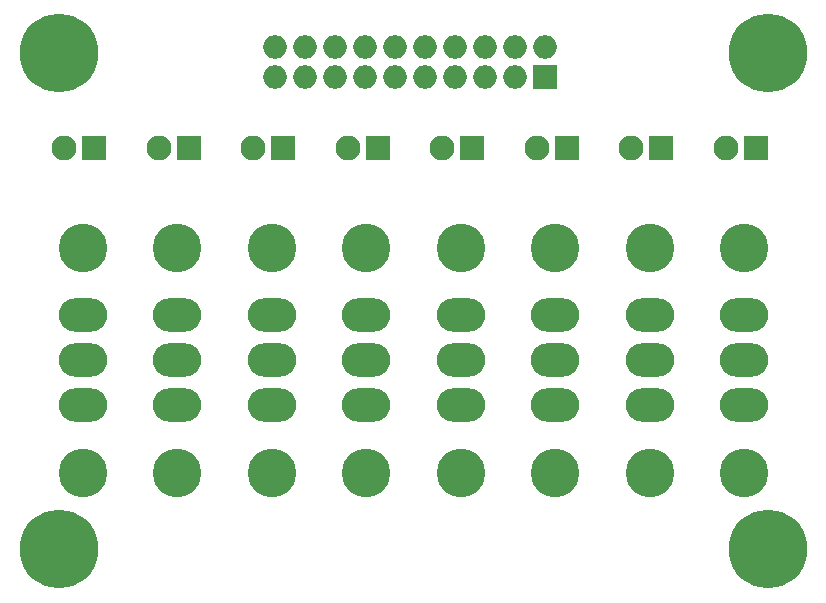
<source format=gbr>
G04 #@! TF.FileFunction,Soldermask,Top*
%FSLAX46Y46*%
G04 Gerber Fmt 4.6, Leading zero omitted, Abs format (unit mm)*
G04 Created by KiCad (PCBNEW (after 2015-mar-04 BZR unknown)-product) date 5/3/2017 10:03:40 AM*
%MOMM*%
G01*
G04 APERTURE LIST*
%ADD10C,0.150000*%
%ADD11O,4.114800X2.844800*%
%ADD12C,4.114800*%
%ADD13R,2.104800X2.104800*%
%ADD14C,2.104800*%
%ADD15C,6.654800*%
%ADD16R,2.004800X2.004800*%
%ADD17O,2.004800X2.004800*%
G04 APERTURE END LIST*
D10*
D11*
X72000000Y-43810000D03*
X72000000Y-40000000D03*
X72000000Y-36190000D03*
D12*
X72000000Y-49525000D03*
X72000000Y-30475000D03*
D11*
X64000000Y-43810000D03*
X64000000Y-40000000D03*
X64000000Y-36190000D03*
D12*
X64000000Y-49525000D03*
X64000000Y-30475000D03*
D11*
X56000000Y-43810000D03*
X56000000Y-40000000D03*
X56000000Y-36190000D03*
D12*
X56000000Y-49525000D03*
X56000000Y-30475000D03*
D11*
X48000000Y-43810000D03*
X48000000Y-40000000D03*
X48000000Y-36190000D03*
D12*
X48000000Y-49525000D03*
X48000000Y-30475000D03*
D11*
X40000000Y-43810000D03*
X40000000Y-40000000D03*
X40000000Y-36190000D03*
D12*
X40000000Y-49525000D03*
X40000000Y-30475000D03*
D11*
X32000000Y-43810000D03*
X32000000Y-40000000D03*
X32000000Y-36190000D03*
D12*
X32000000Y-49525000D03*
X32000000Y-30475000D03*
D11*
X24000000Y-43810000D03*
X24000000Y-40000000D03*
X24000000Y-36190000D03*
D12*
X24000000Y-49525000D03*
X24000000Y-30475000D03*
D11*
X16000000Y-43810000D03*
X16000000Y-40000000D03*
X16000000Y-36190000D03*
D12*
X16000000Y-49525000D03*
X16000000Y-30475000D03*
D13*
X73000000Y-22000000D03*
D14*
X70460000Y-22000000D03*
D13*
X65000000Y-22000000D03*
D14*
X62460000Y-22000000D03*
D13*
X57000000Y-22000000D03*
D14*
X54460000Y-22000000D03*
D13*
X49000000Y-22000000D03*
D14*
X46460000Y-22000000D03*
D13*
X41000000Y-22000000D03*
D14*
X38460000Y-22000000D03*
D13*
X33000000Y-22000000D03*
D14*
X30460000Y-22000000D03*
D13*
X25000000Y-22000000D03*
D14*
X22460000Y-22000000D03*
D13*
X17000000Y-22000000D03*
D14*
X14460000Y-22000000D03*
D15*
X74000000Y-56000000D03*
D16*
X55118000Y-16002000D03*
D17*
X55118000Y-13462000D03*
X52578000Y-16002000D03*
X52578000Y-13462000D03*
X50038000Y-16002000D03*
X50038000Y-13462000D03*
X47498000Y-16002000D03*
X47498000Y-13462000D03*
X44958000Y-16002000D03*
X44958000Y-13462000D03*
X42418000Y-16002000D03*
X42418000Y-13462000D03*
X39878000Y-16002000D03*
X39878000Y-13462000D03*
X37338000Y-16002000D03*
X37338000Y-13462000D03*
X34798000Y-16002000D03*
X34798000Y-13462000D03*
X32258000Y-16002000D03*
X32258000Y-13462000D03*
D15*
X74000000Y-14000000D03*
X14000000Y-14000000D03*
X14000000Y-56000000D03*
M02*

</source>
